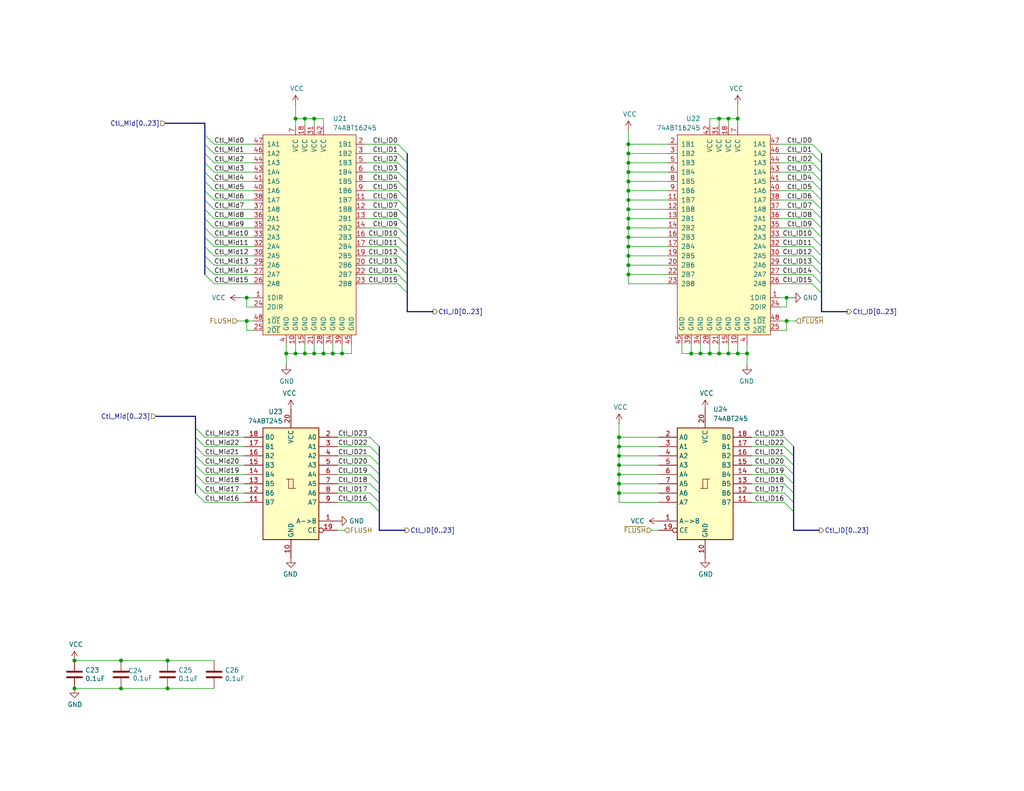
<source format=kicad_sch>
(kicad_sch (version 20250114) (generator "eeschema") (generator_version "9.0")
  (paper "USLetter")
  (title_block (date "2025-07-01") (rev "A") (comment 3 "registers must be all ones, which represents a NOP.") (comment 4 "If the ~{FLUSH} signal is asserted then the control signal set presented to the interstage"))
  (lib_symbols
    (symbol "Device:C" (pin_numbers (hide yes)) (pin_names (offset 0.254))
      (property "Reference" "C" (at 0.635 2.54 0))
      (property "Value" "C" (at 0.635 -2.54 0))
      (symbol "C_0_1"
        (polyline (pts (xy -2.032 0.762) (xy 2.032 0.762)) (stroke (width 0.508)))
        (polyline (pts (xy -2.032 -0.762) (xy 2.032 -0.762)) (stroke (width 0.508)))
      )
      (symbol "C_1_1"
        (pin passive line (at 0 3.81 270) (length 2.794) (name "~") (number "1"))
        (pin passive line (at 0 -3.81 90) (length 2.794) (name "~") (number "2"))
      )
    )
    (symbol "Turtle16:74ABT16245" (pin_names (offset 1.016))
      (property "Reference" "U" (at 0 1.27 0))
      (property "Value" "74ABT16245" (at 0 -1.27 0))
      (symbol "74ABT16245_0_1"
        (rectangle (start -12.7 26.67) (end 12.7 -27.94) (fill (type background)))
      )
      (symbol "74ABT16245_1_1"
        (pin tri_state line (at -15.24 24.13 0) (length 2.54) (name "1A1") (number "47"))
        (pin tri_state line (at -15.24 21.59 0) (length 2.54) (name "1A2") (number "46"))
        (pin tri_state line (at -15.24 19.05 0) (length 2.54) (name "1A3") (number "44"))
        (pin tri_state line (at -15.24 16.51 0) (length 2.54) (name "1A4") (number "43"))
        (pin tri_state line (at -15.24 13.97 0) (length 2.54) (name "1A5") (number "41"))
        (pin tri_state line (at -15.24 11.43 0) (length 2.54) (name "1A6") (number "40"))
        (pin tri_state line (at -15.24 8.89 0) (length 2.54) (name "1A7") (number "38"))
        (pin tri_state line (at -15.24 6.35 0) (length 2.54) (name "1A8") (number "37"))
        (pin tri_state line (at -15.24 3.81 0) (length 2.54) (name "2A1") (number "36"))
        (pin tri_state line (at -15.24 1.27 0) (length 2.54) (name "2A2") (number "35"))
        (pin tri_state line (at -15.24 -1.27 0) (length 2.54) (name "2A3") (number "33"))
        (pin tri_state line (at -15.24 -3.81 0) (length 2.54) (name "2A4") (number "32"))
        (pin tri_state line (at -15.24 -6.35 0) (length 2.54) (name "2A5") (number "30"))
        (pin tri_state line (at -15.24 -8.89 0) (length 2.54) (name "2A6") (number "29"))
        (pin tri_state line (at -15.24 -11.43 0) (length 2.54) (name "2A7") (number "27"))
        (pin tri_state line (at -15.24 -13.97 0) (length 2.54) (name "2A8") (number "26"))
        (pin input line (at -15.24 -17.78 0) (length 2.54) (name "1DIR") (number "1"))
        (pin input line (at -15.24 -20.32 0) (length 2.54) (name "2DIR") (number "24"))
        (pin input line (at -15.24 -24.13 0) (length 2.54) (name "1~{OE}") (number "48"))
        (pin input line (at -15.24 -26.67 0) (length 2.54) (name "2~{OE}") (number "25"))
        (pin power_in line (at -6.35 -30.48 90) (length 2.54) (name "GND") (number "4"))
        (pin power_in line (at -3.81 29.21 270) (length 2.54) (name "VCC") (number "7"))
        (pin power_in line (at -3.81 -30.48 90) (length 2.54) (name "GND") (number "10"))
        (pin power_in line (at -1.27 29.21 270) (length 2.54) (name "VCC") (number "18"))
        (pin power_in line (at -1.27 -30.48 90) (length 2.54) (name "GND") (number "15"))
        (pin power_in line (at 1.27 29.21 270) (length 2.54) (name "VCC") (number "31"))
        (pin power_in line (at 1.27 -30.48 90) (length 2.54) (name "GND") (number "21"))
        (pin power_in line (at 3.81 29.21 270) (length 2.54) (name "VCC") (number "42"))
        (pin power_in line (at 3.81 -30.48 90) (length 2.54) (name "GND") (number "28"))
        (pin power_in line (at 6.35 -30.48 90) (length 2.54) (name "GND") (number "34"))
        (pin power_in line (at 8.89 -30.48 90) (length 2.54) (name "GND") (number "39"))
        (pin power_in line (at 11.43 -30.48 90) (length 2.54) (name "GND") (number "45"))
        (pin tri_state line (at 15.24 24.13 180) (length 2.54) (name "1B1") (number "2"))
        (pin tri_state line (at 15.24 21.59 180) (length 2.54) (name "1B2") (number "3"))
        (pin tri_state line (at 15.24 19.05 180) (length 2.54) (name "1B3") (number "5"))
        (pin tri_state line (at 15.24 16.51 180) (length 2.54) (name "1B4") (number "6"))
        (pin tri_state line (at 15.24 13.97 180) (length 2.54) (name "1B5") (number "8"))
        (pin tri_state line (at 15.24 11.43 180) (length 2.54) (name "1B6") (number "9"))
        (pin tri_state line (at 15.24 8.89 180) (length 2.54) (name "1B7") (number "11"))
        (pin tri_state line (at 15.24 6.35 180) (length 2.54) (name "1B8") (number "12"))
        (pin tri_state line (at 15.24 3.81 180) (length 2.54) (name "2B1") (number "13"))
        (pin tri_state line (at 15.24 1.27 180) (length 2.54) (name "2B2") (number "14"))
        (pin tri_state line (at 15.24 -1.27 180) (length 2.54) (name "2B3") (number "16"))
        (pin tri_state line (at 15.24 -3.81 180) (length 2.54) (name "2B4") (number "17"))
        (pin tri_state line (at 15.24 -6.35 180) (length 2.54) (name "2B5") (number "19"))
        (pin tri_state line (at 15.24 -8.89 180) (length 2.54) (name "2B6") (number "20"))
        (pin tri_state line (at 15.24 -11.43 180) (length 2.54) (name "2B7") (number "22"))
        (pin tri_state line (at 15.24 -13.97 180) (length 2.54) (name "2B8") (number "23"))
      )
    )
    (symbol "Turtle16:74ABT245"
      (property "Reference" "U" (at 0 2.54 0))
      (property "Value" "74ABT245" (at 0 2.54 0))
      (symbol "74ABT245_1_0"
        (polyline (pts (xy -1.27 -1.27) (xy 0.635 -1.27) (xy 0.635 1.27) (xy 1.27 1.27)))
        (polyline (pts (xy -0.635 -1.27) (xy -0.635 1.27) (xy 0.635 1.27)))
        (pin tri_state line (at -12.7 12.7 0) (length 5.08) (name "A0") (number "2"))
        (pin tri_state line (at -12.7 10.16 0) (length 5.08) (name "A1") (number "3"))
        (pin tri_state line (at -12.7 7.62 0) (length 5.08) (name "A2") (number "4"))
        (pin tri_state line (at -12.7 5.08 0) (length 5.08) (name "A3") (number "5"))
        (pin tri_state line (at -12.7 2.54 0) (length 5.08) (name "A4") (number "6"))
        (pin tri_state line (at -12.7 0 0) (length 5.08) (name "A5") (number "7"))
        (pin tri_state line (at -12.7 -2.54 0) (length 5.08) (name "A6") (number "8"))
        (pin tri_state line (at -12.7 -5.08 0) (length 5.08) (name "A7") (number "9"))
        (pin input line (at -12.7 -10.16 0) (length 5.08) (name "A->B") (number "1"))
        (pin input inverted (at -12.7 -12.7 0) (length 5.08) (name "CE") (number "19"))
        (pin power_in line (at 0 20.32 270) (length 5.08) (name "VCC") (number "20"))
        (pin power_in line (at 0 -20.32 90) (length 5.08) (name "GND") (number "10"))
        (pin tri_state line (at 12.7 12.7 180) (length 5.08) (name "B0") (number "18"))
        (pin tri_state line (at 12.7 10.16 180) (length 5.08) (name "B1") (number "17"))
        (pin tri_state line (at 12.7 7.62 180) (length 5.08) (name "B2") (number "16"))
        (pin tri_state line (at 12.7 5.08 180) (length 5.08) (name "B3") (number "15"))
        (pin tri_state line (at 12.7 2.54 180) (length 5.08) (name "B4") (number "14"))
        (pin tri_state line (at 12.7 0 180) (length 5.08) (name "B5") (number "13"))
        (pin tri_state line (at 12.7 -2.54 180) (length 5.08) (name "B6") (number "12"))
        (pin tri_state line (at 12.7 -5.08 180) (length 5.08) (name "B7") (number "11"))
      )
      (symbol "74ABT245_1_1"
        (rectangle (start -7.62 15.24) (end 7.62 -15.24) (stroke (width 0.254)) (fill (type background)))
      )
    )
    (symbol "power:GND" (power) (pin_numbers (hide yes)) (pin_names (offset 0) (hide yes))
      (property "Value" "GND" (at 0 -3.81 0))
      (symbol "GND_0_1"
        (polyline (pts (xy 0 0) (xy 0 -1.27) (xy 1.27 -1.27) (xy 0 -2.54) (xy -1.27 -1.27) (xy 0 -1.27)))
      )
      (symbol "GND_1_1"
        (pin power_in line (at 0 0 270) (length 0) (name "~") (number "1"))
      )
    )
    (symbol "power:VCC" (power) (pin_numbers (hide yes)) (pin_names (offset 0) (hide yes))
      (property "Value" "VCC" (at 0 3.556 0))
      (symbol "VCC_0_1"
        (polyline (pts (xy -0.762 1.27) (xy 0 2.54)))
        (polyline (pts (xy 0 2.54) (xy 0.762 1.27)))
        (polyline (pts (xy 0 0) (xy 0 2.54)))
      )
      (symbol "VCC_1_1"
        (pin power_in line (at 0 0 90) (length 0) (name "~") (number "1"))
      )
    )
  )
  (junction (at 168.91 129.54))
  (junction (at 171.45 41.91))
  (junction (at 201.295 32.385))
  (junction (at 80.645 96.52))
  (junction (at 85.725 32.385))
  (junction (at 20.32 187.96))
  (junction (at 168.91 132.08))
  (junction (at 171.45 67.31))
  (junction (at 171.45 44.45))
  (junction (at 171.45 64.77))
  (junction (at 80.645 32.385))
  (junction (at 171.45 69.85))
  (junction (at 168.91 119.38))
  (junction (at 90.805 96.52))
  (junction (at 171.45 72.39))
  (junction (at 85.725 96.52))
  (junction (at 171.45 59.69))
  (junction (at 191.135 96.52))
  (junction (at 203.835 96.52))
  (junction (at 83.185 96.52))
  (junction (at 168.91 124.46))
  (junction (at 171.45 49.53))
  (junction (at 214.63 87.63))
  (junction (at 33.02 187.96))
  (junction (at 171.45 74.93))
  (junction (at 168.91 127))
  (junction (at 83.185 32.385))
  (junction (at 196.215 96.52))
  (junction (at 168.91 134.62))
  (junction (at 45.72 180.34))
  (junction (at 171.45 46.99))
  (junction (at 201.295 96.52))
  (junction (at 67.31 87.63))
  (junction (at 171.45 62.23))
  (junction (at 196.215 32.385))
  (junction (at 171.45 52.07))
  (junction (at 88.265 96.52))
  (junction (at 78.105 96.52))
  (junction (at 171.45 57.15))
  (junction (at 171.45 39.37))
  (junction (at 45.72 187.96))
  (junction (at 193.675 96.52))
  (junction (at 171.45 54.61))
  (junction (at 67.31 81.28))
  (junction (at 198.755 32.385))
  (junction (at 168.91 121.92))
  (junction (at 198.755 96.52))
  (junction (at 33.02 180.34))
  (junction (at 20.32 180.34))
  (junction (at 93.345 96.52))
  (junction (at 188.595 96.52))
  (junction (at 214.63 81.28))
  (bus_entry (at 111.125 72.39) (size -2.54 -2.54))
  (bus_entry (at 224.155 74.93) (size -2.54 -2.54))
  (bus_entry (at 103.505 137.16) (size -2.54 -2.54))
  (bus_entry (at 58.42 59.69) (size -2.54 -2.54))
  (bus_entry (at 103.505 134.62) (size -2.54 -2.54))
  (bus_entry (at 58.42 69.85) (size -2.54 -2.54))
  (bus_entry (at 224.155 62.23) (size -2.54 -2.54))
  (bus_entry (at 216.535 134.62) (size -2.54 -2.54))
  (bus_entry (at 58.42 62.23) (size -2.54 -2.54))
  (bus_entry (at 111.125 69.85) (size -2.54 -2.54))
  (bus_entry (at 224.155 77.47) (size -2.54 -2.54))
  (bus_entry (at 111.125 59.69) (size -2.54 -2.54))
  (bus_entry (at 111.125 44.45) (size -2.54 -2.54))
  (bus_entry (at 55.88 119.38) (size -2.54 -2.54))
  (bus_entry (at 224.155 67.31) (size -2.54 -2.54))
  (bus_entry (at 58.42 54.61) (size -2.54 -2.54))
  (bus_entry (at 58.42 57.15) (size -2.54 -2.54))
  (bus_entry (at 103.505 121.92) (size -2.54 -2.54))
  (bus_entry (at 111.125 49.53) (size -2.54 -2.54))
  (bus_entry (at 224.155 49.53) (size -2.54 -2.54))
  (bus_entry (at 58.42 67.31) (size -2.54 -2.54))
  (bus_entry (at 103.505 124.46) (size -2.54 -2.54))
  (bus_entry (at 224.155 72.39) (size -2.54 -2.54))
  (bus_entry (at 55.88 134.62) (size -2.54 -2.54))
  (bus_entry (at 216.535 124.46) (size -2.54 -2.54))
  (bus_entry (at 58.42 74.93) (size -2.54 -2.54))
  (bus_entry (at 224.155 52.07) (size -2.54 -2.54))
  (bus_entry (at 58.42 64.77) (size -2.54 -2.54))
  (bus_entry (at 111.125 67.31) (size -2.54 -2.54))
  (bus_entry (at 58.42 49.53) (size -2.54 -2.54))
  (bus_entry (at 58.42 52.07) (size -2.54 -2.54))
  (bus_entry (at 58.42 39.37) (size -2.54 -2.54))
  (bus_entry (at 58.42 41.91) (size -2.54 -2.54))
  (bus_entry (at 58.42 44.45) (size -2.54 -2.54))
  (bus_entry (at 58.42 46.99) (size -2.54 -2.54))
  (bus_entry (at 103.505 127) (size -2.54 -2.54))
  (bus_entry (at 111.125 57.15) (size -2.54 -2.54))
  (bus_entry (at 111.125 54.61) (size -2.54 -2.54))
  (bus_entry (at 55.88 124.46) (size -2.54 -2.54))
  (bus_entry (at 103.505 139.7) (size -2.54 -2.54))
  (bus_entry (at 224.155 59.69) (size -2.54 -2.54))
  (bus_entry (at 224.155 64.77) (size -2.54 -2.54))
  (bus_entry (at 224.155 41.91) (size -2.54 -2.54))
  (bus_entry (at 216.535 139.7) (size -2.54 -2.54))
  (bus_entry (at 224.155 80.01) (size -2.54 -2.54))
  (bus_entry (at 224.155 57.15) (size -2.54 -2.54))
  (bus_entry (at 224.155 69.85) (size -2.54 -2.54))
  (bus_entry (at 111.125 46.99) (size -2.54 -2.54))
  (bus_entry (at 55.88 137.16) (size -2.54 -2.54))
  (bus_entry (at 216.535 137.16) (size -2.54 -2.54))
  (bus_entry (at 216.535 129.54) (size -2.54 -2.54))
  (bus_entry (at 55.88 132.08) (size -2.54 -2.54))
  (bus_entry (at 224.155 54.61) (size -2.54 -2.54))
  (bus_entry (at 216.535 132.08) (size -2.54 -2.54))
  (bus_entry (at 111.125 41.91) (size -2.54 -2.54))
  (bus_entry (at 111.125 77.47) (size -2.54 -2.54))
  (bus_entry (at 111.125 74.93) (size -2.54 -2.54))
  (bus_entry (at 111.125 64.77) (size -2.54 -2.54))
  (bus_entry (at 216.535 121.92) (size -2.54 -2.54))
  (bus_entry (at 55.88 127) (size -2.54 -2.54))
  (bus_entry (at 103.505 129.54) (size -2.54 -2.54))
  (bus_entry (at 58.42 77.47) (size -2.54 -2.54))
  (bus_entry (at 216.535 127) (size -2.54 -2.54))
  (bus_entry (at 111.125 52.07) (size -2.54 -2.54))
  (bus_entry (at 55.88 129.54) (size -2.54 -2.54))
  (bus_entry (at 224.155 44.45) (size -2.54 -2.54))
  (bus_entry (at 55.88 121.92) (size -2.54 -2.54))
  (bus_entry (at 103.505 132.08) (size -2.54 -2.54))
  (bus_entry (at 224.155 46.99) (size -2.54 -2.54))
  (bus_entry (at 111.125 62.23) (size -2.54 -2.54))
  (bus_entry (at 58.42 72.39) (size -2.54 -2.54))
  (bus_entry (at 111.125 80.01) (size -2.54 -2.54))
  (wire (pts (xy 171.45 74.93) (xy 171.45 77.47)))
  (wire (pts (xy 196.215 96.52) (xy 193.675 96.52)))
  (wire (pts (xy 221.615 49.53) (xy 212.725 49.53)))
  (wire (pts (xy 100.965 132.08) (xy 92.075 132.08)))
  (wire (pts (xy 171.45 44.45) (xy 182.245 44.45)))
  (bus (pts (xy 55.88 46.99) (xy 55.88 49.53)))
  (wire (pts (xy 171.45 46.99) (xy 171.45 49.53)))
  (bus (pts (xy 55.88 57.15) (xy 55.88 59.69)))
  (bus (pts (xy 224.155 52.07) (xy 224.155 54.61)))
  (wire (pts (xy 214.63 83.82) (xy 212.725 83.82)))
  (wire (pts (xy 196.215 93.98) (xy 196.215 96.52)))
  (wire (pts (xy 58.42 39.37) (xy 69.215 39.37)))
  (wire (pts (xy 171.45 64.77) (xy 171.45 67.31)))
  (wire (pts (xy 55.88 129.54) (xy 66.675 129.54)))
  (bus (pts (xy 224.155 54.61) (xy 224.155 57.15)))
  (wire (pts (xy 33.02 180.34) (xy 45.72 180.34)))
  (wire (pts (xy 58.42 57.15) (xy 69.215 57.15)))
  (wire (pts (xy 205.105 121.92) (xy 213.995 121.92)))
  (wire (pts (xy 171.45 41.91) (xy 171.45 44.45)))
  (bus (pts (xy 224.155 46.99) (xy 224.155 49.53)))
  (wire (pts (xy 108.585 46.99) (xy 99.695 46.99)))
  (bus (pts (xy 111.125 64.77) (xy 111.125 67.31)))
  (wire (pts (xy 168.91 115.57) (xy 168.91 119.38)))
  (wire (pts (xy 168.91 127) (xy 168.91 129.54)))
  (wire (pts (xy 85.725 32.385) (xy 85.725 34.29)))
  (bus (pts (xy 216.535 137.16) (xy 216.535 139.7)))
  (bus (pts (xy 231.14 85.09) (xy 224.155 85.09)))
  (bus (pts (xy 55.88 36.83) (xy 55.88 39.37)))
  (wire (pts (xy 55.88 127) (xy 66.675 127)))
  (bus (pts (xy 118.11 85.09) (xy 111.125 85.09)))
  (wire (pts (xy 58.42 72.39) (xy 69.215 72.39)))
  (wire (pts (xy 65.405 81.28) (xy 67.31 81.28)))
  (wire (pts (xy 171.45 74.93) (xy 182.245 74.93)))
  (bus (pts (xy 111.125 74.93) (xy 111.125 77.47)))
  (wire (pts (xy 90.805 96.52) (xy 93.345 96.52)))
  (bus (pts (xy 103.505 129.54) (xy 103.505 132.08)))
  (wire (pts (xy 20.32 180.34) (xy 33.02 180.34)))
  (wire (pts (xy 198.755 96.52) (xy 196.215 96.52)))
  (wire (pts (xy 58.42 49.53) (xy 69.215 49.53)))
  (wire (pts (xy 221.615 72.39) (xy 212.725 72.39)))
  (bus (pts (xy 111.125 67.31) (xy 111.125 69.85)))
  (wire (pts (xy 201.295 32.385) (xy 198.755 32.385)))
  (wire (pts (xy 201.295 28.575) (xy 201.295 32.385)))
  (bus (pts (xy 103.505 132.08) (xy 103.505 134.62)))
  (wire (pts (xy 58.42 62.23) (xy 69.215 62.23)))
  (wire (pts (xy 108.585 39.37) (xy 99.695 39.37)))
  (wire (pts (xy 78.105 96.52) (xy 80.645 96.52)))
  (wire (pts (xy 221.615 77.47) (xy 212.725 77.47)))
  (wire (pts (xy 85.725 32.385) (xy 88.265 32.385)))
  (wire (pts (xy 168.91 121.92) (xy 168.91 124.46)))
  (wire (pts (xy 80.645 32.385) (xy 83.185 32.385)))
  (wire (pts (xy 58.42 46.99) (xy 69.215 46.99)))
  (wire (pts (xy 168.91 127) (xy 179.705 127)))
  (wire (pts (xy 83.185 96.52) (xy 85.725 96.52)))
  (wire (pts (xy 80.645 93.98) (xy 80.645 96.52)))
  (wire (pts (xy 188.595 93.98) (xy 188.595 96.52)))
  (wire (pts (xy 83.185 32.385) (xy 83.185 34.29)))
  (wire (pts (xy 78.105 93.98) (xy 78.105 96.52)))
  (wire (pts (xy 171.45 69.85) (xy 182.245 69.85)))
  (wire (pts (xy 171.45 49.53) (xy 171.45 52.07)))
  (wire (pts (xy 171.45 44.45) (xy 171.45 46.99)))
  (bus (pts (xy 224.155 77.47) (xy 224.155 80.01)))
  (wire (pts (xy 67.31 81.28) (xy 67.31 83.82)))
  (wire (pts (xy 100.965 121.92) (xy 92.075 121.92)))
  (wire (pts (xy 171.45 64.77) (xy 182.245 64.77)))
  (bus (pts (xy 111.125 69.85) (xy 111.125 72.39)))
  (wire (pts (xy 177.8 144.78) (xy 179.705 144.78)))
  (wire (pts (xy 108.585 44.45) (xy 99.695 44.45)))
  (wire (pts (xy 83.185 93.98) (xy 83.185 96.52)))
  (bus (pts (xy 55.88 69.85) (xy 55.88 72.39)))
  (wire (pts (xy 58.42 59.69) (xy 69.215 59.69)))
  (wire (pts (xy 221.615 44.45) (xy 212.725 44.45)))
  (wire (pts (xy 64.77 87.63) (xy 67.31 87.63)))
  (wire (pts (xy 58.42 54.61) (xy 69.215 54.61)))
  (bus (pts (xy 103.505 121.92) (xy 103.505 124.46)))
  (wire (pts (xy 214.63 87.63) (xy 212.725 87.63)))
  (wire (pts (xy 198.755 32.385) (xy 198.755 34.29)))
  (wire (pts (xy 88.265 32.385) (xy 88.265 34.29)))
  (bus (pts (xy 103.505 127) (xy 103.505 129.54)))
  (wire (pts (xy 108.585 62.23) (xy 99.695 62.23)))
  (wire (pts (xy 90.805 93.98) (xy 90.805 96.52)))
  (wire (pts (xy 88.265 96.52) (xy 90.805 96.52)))
  (bus (pts (xy 111.125 59.69) (xy 111.125 62.23)))
  (bus (pts (xy 224.155 41.91) (xy 224.155 44.45)))
  (wire (pts (xy 171.45 62.23) (xy 182.245 62.23)))
  (wire (pts (xy 171.45 52.07) (xy 171.45 54.61)))
  (wire (pts (xy 100.965 124.46) (xy 92.075 124.46)))
  (wire (pts (xy 78.105 96.52) (xy 78.105 99.695)))
  (wire (pts (xy 67.31 90.17) (xy 67.31 87.63)))
  (wire (pts (xy 191.135 96.52) (xy 188.595 96.52)))
  (bus (pts (xy 216.535 127) (xy 216.535 129.54)))
  (wire (pts (xy 221.615 57.15) (xy 212.725 57.15)))
  (bus (pts (xy 216.535 132.08) (xy 216.535 134.62)))
  (wire (pts (xy 168.91 129.54) (xy 168.91 132.08)))
  (wire (pts (xy 221.615 54.61) (xy 212.725 54.61)))
  (wire (pts (xy 80.645 28.575) (xy 80.645 32.385)))
  (wire (pts (xy 171.45 46.99) (xy 182.245 46.99)))
  (wire (pts (xy 168.91 137.16) (xy 179.705 137.16)))
  (wire (pts (xy 108.585 59.69) (xy 99.695 59.69)))
  (bus (pts (xy 53.34 116.84) (xy 53.34 119.38)))
  (wire (pts (xy 58.42 187.96) (xy 45.72 187.96)))
  (wire (pts (xy 193.675 96.52) (xy 191.135 96.52)))
  (wire (pts (xy 108.585 72.39) (xy 99.695 72.39)))
  (wire (pts (xy 217.17 87.63) (xy 214.63 87.63)))
  (bus (pts (xy 111.125 80.01) (xy 111.125 85.09)))
  (wire (pts (xy 108.585 57.15) (xy 99.695 57.15)))
  (wire (pts (xy 45.72 180.34) (xy 58.42 180.34)))
  (wire (pts (xy 193.675 93.98) (xy 193.675 96.52)))
  (wire (pts (xy 221.615 46.99) (xy 212.725 46.99)))
  (wire (pts (xy 203.835 96.52) (xy 203.835 99.695)))
  (wire (pts (xy 201.295 34.29) (xy 201.295 32.385)))
  (wire (pts (xy 108.585 41.91) (xy 99.695 41.91)))
  (wire (pts (xy 108.585 54.61) (xy 99.695 54.61)))
  (wire (pts (xy 168.91 134.62) (xy 179.705 134.62)))
  (wire (pts (xy 168.91 132.08) (xy 179.705 132.08)))
  (wire (pts (xy 221.615 39.37) (xy 212.725 39.37)))
  (wire (pts (xy 221.615 67.31) (xy 212.725 67.31)))
  (wire (pts (xy 198.755 93.98) (xy 198.755 96.52)))
  (bus (pts (xy 55.88 39.37) (xy 55.88 41.91)))
  (wire (pts (xy 171.45 72.39) (xy 182.245 72.39)))
  (wire (pts (xy 196.215 32.385) (xy 196.215 34.29)))
  (bus (pts (xy 53.34 127) (xy 53.34 129.54)))
  (bus (pts (xy 216.535 134.62) (xy 216.535 137.16)))
  (bus (pts (xy 224.155 67.31) (xy 224.155 69.85)))
  (bus (pts (xy 111.125 46.99) (xy 111.125 49.53)))
  (wire (pts (xy 212.725 90.17) (xy 214.63 90.17)))
  (bus (pts (xy 103.505 134.62) (xy 103.505 137.16)))
  (bus (pts (xy 42.545 113.665) (xy 53.34 113.665)))
  (wire (pts (xy 168.91 134.62) (xy 168.91 137.16)))
  (bus (pts (xy 111.125 52.07) (xy 111.125 54.61)))
  (wire (pts (xy 168.91 119.38) (xy 179.705 119.38)))
  (wire (pts (xy 100.965 137.16) (xy 92.075 137.16)))
  (wire (pts (xy 221.615 52.07) (xy 212.725 52.07)))
  (wire (pts (xy 93.345 96.52) (xy 95.885 96.52)))
  (wire (pts (xy 58.42 41.91) (xy 69.215 41.91)))
  (bus (pts (xy 224.155 64.77) (xy 224.155 67.31)))
  (wire (pts (xy 205.105 132.08) (xy 213.995 132.08)))
  (bus (pts (xy 55.88 59.69) (xy 55.88 62.23)))
  (wire (pts (xy 168.91 119.38) (xy 168.91 121.92)))
  (wire (pts (xy 171.45 59.69) (xy 182.245 59.69)))
  (wire (pts (xy 186.055 96.52) (xy 186.055 93.98)))
  (wire (pts (xy 215.9 81.28) (xy 214.63 81.28)))
  (bus (pts (xy 224.155 74.93) (xy 224.155 77.47)))
  (bus (pts (xy 55.88 67.31) (xy 55.88 69.85)))
  (bus (pts (xy 103.505 139.7) (xy 103.505 144.78)))
  (wire (pts (xy 201.295 96.52) (xy 198.755 96.52)))
  (wire (pts (xy 188.595 96.52) (xy 186.055 96.52)))
  (bus (pts (xy 111.125 57.15) (xy 111.125 59.69)))
  (bus (pts (xy 111.125 44.45) (xy 111.125 46.99)))
  (wire (pts (xy 171.45 69.85) (xy 171.45 72.39)))
  (wire (pts (xy 214.63 90.17) (xy 214.63 87.63)))
  (wire (pts (xy 58.42 74.93) (xy 69.215 74.93)))
  (bus (pts (xy 224.155 80.01) (xy 224.155 85.09)))
  (wire (pts (xy 108.585 49.53) (xy 99.695 49.53)))
  (wire (pts (xy 171.45 72.39) (xy 171.45 74.93)))
  (wire (pts (xy 80.645 96.52) (xy 83.185 96.52)))
  (wire (pts (xy 55.88 132.08) (xy 66.675 132.08)))
  (bus (pts (xy 103.505 124.46) (xy 103.505 127)))
  (wire (pts (xy 33.02 187.96) (xy 20.32 187.96)))
  (wire (pts (xy 58.42 77.47) (xy 69.215 77.47)))
  (wire (pts (xy 55.88 134.62) (xy 66.675 134.62)))
  (bus (pts (xy 111.125 49.53) (xy 111.125 52.07)))
  (wire (pts (xy 191.135 93.98) (xy 191.135 96.52)))
  (wire (pts (xy 196.215 32.385) (xy 193.675 32.385)))
  (wire (pts (xy 205.105 127) (xy 213.995 127)))
  (bus (pts (xy 53.34 119.38) (xy 53.34 121.92)))
  (wire (pts (xy 205.105 137.16) (xy 213.995 137.16)))
  (wire (pts (xy 58.42 67.31) (xy 69.215 67.31)))
  (bus (pts (xy 223.52 144.78) (xy 216.535 144.78)))
  (wire (pts (xy 198.755 32.385) (xy 196.215 32.385)))
  (wire (pts (xy 100.965 119.38) (xy 92.075 119.38)))
  (bus (pts (xy 55.88 52.07) (xy 55.88 54.61)))
  (bus (pts (xy 216.535 139.7) (xy 216.535 144.78)))
  (bus (pts (xy 224.155 49.53) (xy 224.155 52.07)))
  (wire (pts (xy 168.91 132.08) (xy 168.91 134.62)))
  (wire (pts (xy 171.45 67.31) (xy 182.245 67.31)))
  (wire (pts (xy 205.105 124.46) (xy 213.995 124.46)))
  (wire (pts (xy 193.675 32.385) (xy 193.675 34.29)))
  (wire (pts (xy 171.45 62.23) (xy 171.45 64.77)))
  (bus (pts (xy 45.085 33.655) (xy 55.88 33.655)))
  (wire (pts (xy 108.585 52.07) (xy 99.695 52.07)))
  (wire (pts (xy 212.725 81.28) (xy 214.63 81.28)))
  (bus (pts (xy 53.34 113.665) (xy 53.34 116.84)))
  (bus (pts (xy 55.88 41.91) (xy 55.88 44.45)))
  (wire (pts (xy 221.615 59.69) (xy 212.725 59.69)))
  (wire (pts (xy 100.965 129.54) (xy 92.075 129.54)))
  (wire (pts (xy 221.615 74.93) (xy 212.725 74.93)))
  (wire (pts (xy 80.645 34.29) (xy 80.645 32.385)))
  (wire (pts (xy 100.965 134.62) (xy 92.075 134.62)))
  (wire (pts (xy 221.615 64.77) (xy 212.725 64.77)))
  (bus (pts (xy 224.155 72.39) (xy 224.155 74.93)))
  (wire (pts (xy 205.105 134.62) (xy 213.995 134.62)))
  (wire (pts (xy 108.585 69.85) (xy 99.695 69.85)))
  (wire (pts (xy 88.265 93.98) (xy 88.265 96.52)))
  (wire (pts (xy 171.45 39.37) (xy 171.45 41.91)))
  (bus (pts (xy 111.125 62.23) (xy 111.125 64.77)))
  (bus (pts (xy 55.88 44.45) (xy 55.88 46.99)))
  (wire (pts (xy 171.45 41.91) (xy 182.245 41.91)))
  (wire (pts (xy 168.91 121.92) (xy 179.705 121.92)))
  (wire (pts (xy 100.965 127) (xy 92.075 127)))
  (wire (pts (xy 69.215 90.17) (xy 67.31 90.17)))
  (wire (pts (xy 93.98 144.78) (xy 92.075 144.78)))
  (bus (pts (xy 55.88 49.53) (xy 55.88 52.07)))
  (bus (pts (xy 216.535 124.46) (xy 216.535 127)))
  (wire (pts (xy 67.31 87.63) (xy 69.215 87.63)))
  (wire (pts (xy 108.585 74.93) (xy 99.695 74.93)))
  (bus (pts (xy 111.125 54.61) (xy 111.125 57.15)))
  (wire (pts (xy 55.88 121.92) (xy 66.675 121.92)))
  (wire (pts (xy 93.345 93.98) (xy 93.345 96.52)))
  (wire (pts (xy 69.215 81.28) (xy 67.31 81.28)))
  (bus (pts (xy 111.125 41.91) (xy 111.125 44.45)))
  (bus (pts (xy 224.155 62.23) (xy 224.155 64.77)))
  (wire (pts (xy 83.185 32.385) (xy 85.725 32.385)))
  (bus (pts (xy 53.34 121.92) (xy 53.34 124.46)))
  (bus (pts (xy 55.88 62.23) (xy 55.88 64.77)))
  (wire (pts (xy 58.42 64.77) (xy 69.215 64.77)))
  (wire (pts (xy 95.885 96.52) (xy 95.885 93.98)))
  (wire (pts (xy 221.615 41.91) (xy 212.725 41.91)))
  (bus (pts (xy 216.535 121.92) (xy 216.535 124.46)))
  (wire (pts (xy 171.45 39.37) (xy 182.245 39.37)))
  (wire (pts (xy 203.835 93.98) (xy 203.835 96.52)))
  (bus (pts (xy 224.155 57.15) (xy 224.155 59.69)))
  (wire (pts (xy 58.42 44.45) (xy 69.215 44.45)))
  (bus (pts (xy 111.125 77.47) (xy 111.125 80.01)))
  (wire (pts (xy 221.615 62.23) (xy 212.725 62.23)))
  (wire (pts (xy 171.45 67.31) (xy 171.45 69.85)))
  (bus (pts (xy 55.88 64.77) (xy 55.88 67.31)))
  (wire (pts (xy 171.45 35.56) (xy 171.45 39.37)))
  (bus (pts (xy 216.535 129.54) (xy 216.535 132.08)))
  (bus (pts (xy 224.155 59.69) (xy 224.155 62.23)))
  (wire (pts (xy 45.72 187.96) (xy 33.02 187.96)))
  (wire (pts (xy 205.105 119.38) (xy 213.995 119.38)))
  (wire (pts (xy 58.42 69.85) (xy 69.215 69.85)))
  (wire (pts (xy 168.91 124.46) (xy 168.91 127)))
  (bus (pts (xy 111.125 72.39) (xy 111.125 74.93)))
  (wire (pts (xy 171.45 57.15) (xy 182.245 57.15)))
  (wire (pts (xy 108.585 77.47) (xy 99.695 77.47)))
  (bus (pts (xy 53.34 132.08) (xy 53.34 134.62)))
  (wire (pts (xy 108.585 64.77) (xy 99.695 64.77)))
  (bus (pts (xy 53.34 124.46) (xy 53.34 127)))
  (wire (pts (xy 171.45 49.53) (xy 182.245 49.53)))
  (wire (pts (xy 171.45 59.69) (xy 171.45 62.23)))
  (bus (pts (xy 224.155 69.85) (xy 224.155 72.39)))
  (wire (pts (xy 214.63 81.28) (xy 214.63 83.82)))
  (wire (pts (xy 168.91 124.46) (xy 179.705 124.46)))
  (wire (pts (xy 171.45 77.47) (xy 182.245 77.47)))
  (bus (pts (xy 55.88 33.655) (xy 55.88 36.83)))
  (wire (pts (xy 108.585 67.31) (xy 99.695 67.31)))
  (wire (pts (xy 221.615 69.85) (xy 212.725 69.85)))
  (bus (pts (xy 103.505 137.16) (xy 103.505 139.7)))
  (wire (pts (xy 171.45 57.15) (xy 171.45 59.69)))
  (wire (pts (xy 85.725 93.98) (xy 85.725 96.52)))
  (bus (pts (xy 110.49 144.78) (xy 103.505 144.78)))
  (wire (pts (xy 168.91 129.54) (xy 179.705 129.54)))
  (wire (pts (xy 55.88 124.46) (xy 66.675 124.46)))
  (wire (pts (xy 85.725 96.52) (xy 88.265 96.52)))
  (bus (pts (xy 224.155 44.45) (xy 224.155 46.99)))
  (bus (pts (xy 53.34 129.54) (xy 53.34 132.08)))
  (wire (pts (xy 58.42 52.07) (xy 69.215 52.07)))
  (wire (pts (xy 67.31 83.82) (xy 69.215 83.82)))
  (bus (pts (xy 55.88 54.61) (xy 55.88 57.15)))
  (wire (pts (xy 203.835 96.52) (xy 201.295 96.52)))
  (wire (pts (xy 201.295 93.98) (xy 201.295 96.52)))
  (wire (pts (xy 171.45 52.07) (xy 182.245 52.07)))
  (wire (pts (xy 171.45 54.61) (xy 171.45 57.15)))
  (wire (pts (xy 55.88 137.16) (xy 66.675 137.16)))
  (wire (pts (xy 205.105 129.54) (xy 213.995 129.54)))
  (wire (pts (xy 171.45 54.61) (xy 182.245 54.61)))
  (wire (pts (xy 55.88 119.38) (xy 66.675 119.38)))
  (bus (pts (xy 55.88 72.39) (xy 55.88 74.93)))
  (label "Ctl_Mid23" (at 55.88 119.38 0))
  (label "Ctl_Mid0" (at 58.42 39.37 0))
  (label "Ctl_Mid20" (at 55.88 127 0))
  (label "Ctl_ID0" (at 108.585 39.37 180))
  (label "Ctl_ID11" (at 108.585 67.31 180))
  (label "Ctl_Mid17" (at 55.88 134.62 0))
  (label "Ctl_Mid6" (at 58.42 54.61 0))
  (label "Ctl_ID7" (at 108.585 57.15 180))
  (label "Ctl_ID14" (at 221.615 74.93 180))
  (label "Ctl_Mid19" (at 55.88 129.54 0))
  (label "Ctl_ID20" (at 213.995 127 180))
  (label "Ctl_Mid9" (at 58.42 62.23 0))
  (label "Ctl_Mid3" (at 58.42 46.99 0))
  (label "Ctl_Mid7" (at 58.42 57.15 0))
  (label "Ctl_ID0" (at 221.615 39.37 180))
  (label "Ctl_ID12" (at 108.585 69.85 180))
  (label "Ctl_ID13" (at 221.615 72.39 180))
  (label "Ctl_ID2" (at 221.615 44.45 180))
  (label "Ctl_Mid11" (at 58.42 67.31 0))
  (label "Ctl_ID19" (at 100.33 129.54 180))
  (label "Ctl_ID9" (at 221.615 62.23 180))
  (label "Ctl_Mid8" (at 58.42 59.69 0))
  (label "Ctl_Mid1" (at 58.42 41.91 0))
  (label "Ctl_ID3" (at 221.615 46.99 180))
  (label "Ctl_ID1" (at 108.585 41.91 180))
  (label "Ctl_ID8" (at 108.585 59.69 180))
  (label "Ctl_Mid2" (at 58.42 44.45 0))
  (label "Ctl_Mid10" (at 58.42 64.77 0))
  (label "Ctl_ID12" (at 221.615 69.85 180))
  (label "Ctl_Mid22" (at 55.88 121.92 0))
  (label "Ctl_ID23" (at 213.995 119.38 180))
  (label "Ctl_Mid16" (at 55.88 137.16 0))
  (label "Ctl_ID16" (at 213.995 137.16 180))
  (label "Ctl_ID14" (at 108.585 74.93 180))
  (label "Ctl_ID20" (at 100.33 127 180))
  (label "Ctl_Mid5" (at 58.42 52.07 0))
  (label "Ctl_ID22" (at 213.995 121.92 180))
  (label "Ctl_Mid15" (at 58.42 77.47 0))
  (label "Ctl_ID13" (at 108.585 72.39 180))
  (label "Ctl_ID2" (at 108.585 44.45 180))
  (label "Ctl_ID6" (at 221.615 54.61 180))
  (label "Ctl_ID1" (at 221.615 41.91 180))
  (label "Ctl_ID6" (at 108.585 54.61 180))
  (label "Ctl_Mid13" (at 58.42 72.39 0))
  (label "Ctl_Mid4" (at 58.42 49.53 0))
  (label "Ctl_Mid12" (at 58.42 69.85 0))
  (label "Ctl_ID10" (at 108.585 64.77 180))
  (label "Ctl_Mid14" (at 58.42 74.93 0))
  (label "Ctl_ID11" (at 221.615 67.31 180))
  (label "Ctl_ID22" (at 100.33 121.92 180))
  (label "Ctl_ID8" (at 221.615 59.69 180))
  (label "Ctl_ID4" (at 221.615 49.53 180))
  (label "Ctl_ID4" (at 108.585 49.53 180))
  (label "Ctl_Mid21" (at 55.88 124.46 0))
  (label "Ctl_ID5" (at 108.585 52.07 180))
  (label "Ctl_ID16" (at 100.33 137.16 180))
  (label "Ctl_ID5" (at 221.615 52.07 180))
  (label "Ctl_ID21" (at 100.33 124.46 180))
  (label "Ctl_ID15" (at 221.615 77.47 180))
  (label "Ctl_ID3" (at 108.585 46.99 180))
  (label "Ctl_ID18" (at 100.33 132.08 180))
  (label "Ctl_ID19" (at 213.995 129.54 180))
  (label "Ctl_ID17" (at 100.33 134.62 180))
  (label "Ctl_ID10" (at 221.615 64.77 180))
  (label "Ctl_ID21" (at 213.995 124.46 180))
  (label "Ctl_ID7" (at 221.615 57.15 180))
  (label "Ctl_ID17" (at 213.995 134.62 180))
  (label "Ctl_Mid18" (at 55.88 132.08 0))
  (label "Ctl_ID23" (at 100.33 119.38 180))
  (label "Ctl_ID9" (at 108.585 62.23 180))
  (label "Ctl_ID18" (at 213.995 132.08 180))
  (label "Ctl_ID15" (at 108.585 77.47 180))
  (hierarchical_label "Ctl_ID[0..23]" (shape output) (at 223.52 144.78 0))
  (hierarchical_label "Ctl_ID[0..23]" (shape output) (at 118.11 85.09 0))
  (hierarchical_label "Ctl_ID[0..23]" (shape output) (at 231.14 85.09 0))
  (hierarchical_label "~{FLUSH}" (shape input) (at 217.17 87.63 0))
  (hierarchical_label "FLUSH" (shape input) (at 64.77 87.63 180))
  (hierarchical_label "~{FLUSH}" (shape input) (at 177.8 144.78 180))
  (hierarchical_label "Ctl_Mid[0..23]" (shape input) (at 45.085 33.655 180))
  (hierarchical_label "FLUSH" (shape input) (at 93.98 144.78 0))
  (hierarchical_label "Ctl_ID[0..23]" (shape output) (at 110.49 144.78 0))
  (hierarchical_label "Ctl_Mid[0..23]" (shape input) (at 42.545 113.665 180))
  (symbol (lib_id "power:VCC") (at 80.645 28.575 0) (unit 1)
    (property "Reference" "#PWR052" (effects (hide yes)))
    (property "Value" "VCC" (at 81.026 24.1808 0))
    (property "Description" "Power symbol creates a global label with name \"VCC\"" (effects (hide yes)))
    (instances (project "" (path "" (reference "#PWR0562") (unit 1))) (project "" (path "" (reference "#PWR052") (unit 1))))
  )
  (symbol (lib_id "power:VCC") (at 168.91 115.57 0) (unit 1)
    (property "Reference" "#PWR054" (effects (hide yes)))
    (property "Value" "VCC" (at 169.291 111.1758 0))
    (property "Description" "Power symbol creates a global label with name \"VCC\"" (effects (hide yes)))
    (instances (project "" (path "" (reference "#PWR0571") (unit 1))) (project "" (path "" (reference "#PWR054") (unit 1))))
  )
  (symbol (lib_id "power:VCC") (at 201.295 28.575 0) (mirror y) (unit 1)
    (property "Reference" "#PWR059" (effects (hide yes)))
    (property "Value" "VCC" (at 200.914 24.1808 0))
    (property "Description" "Power symbol creates a global label with name \"VCC\"" (effects (hide yes)))
    (instances (project "" (path "" (reference "#PWR0563") (unit 1))) (project "" (path "" (reference "#PWR059") (unit 1))))
  )
  (symbol (lib_id "power:VCC") (at 20.32 180.34 0) (unit 1)
    (property "Reference" "#PWR046" (effects (hide yes)))
    (property "Value" "VCC" (at 20.7518 175.9458 0))
    (property "Description" "Power symbol creates a global label with name \"VCC\"" (effects (hide yes)))
    (instances (project "" (path "" (reference "#PWR0576") (unit 1))) (project "" (path "" (reference "#PWR046") (unit 1))))
  )
  (symbol (lib_id "power:GND") (at 215.9 81.28 90) (unit 1)
    (property "Reference" "#PWR061" (effects (hide yes)))
    (property "Value" "GND" (at 219.075 81.28 90) (effects (justify right)))
    (property "Description" "Power symbol creates a global label with name \"GND\" , ground" (effects (hide yes)))
    (instances (project "" (path "" (reference "#PWR0566") (unit 1))) (project "" (path "" (reference "#PWR061") (unit 1))))
  )
  (symbol (lib_id "power:VCC") (at 192.405 111.76 0) (unit 1)
    (property "Reference" "#PWR057" (effects (hide yes)))
    (property "Value" "VCC" (at 192.786 107.3658 0))
    (property "Description" "Power symbol creates a global label with name \"VCC\"" (effects (hide yes)))
    (instances (project "" (path "" (reference "#PWR0570") (unit 1))) (project "" (path "" (reference "#PWR057") (unit 1))))
  )
  (symbol (lib_id "power:VCC") (at 179.705 142.24 90) (unit 1)
    (property "Reference" "#PWR056" (effects (hide yes)))
    (property "Value" "VCC" (at 175.895 142.24 90) (effects (justify left)))
    (property "Description" "Power symbol creates a global label with name \"VCC\"" (effects (hide yes)))
    (instances (project "" (path "" (reference "#PWR0573") (unit 1))) (project "" (path "" (reference "#PWR056") (unit 1))))
  )
  (symbol (lib_id "Device:C") (at 45.72 184.15 0) (unit 1)
    (property "Reference" "C12" (at 48.641 182.9816 0) (effects (justify left)))
    (property "Value" "0.1uF" (at 48.641 185.293 0) (effects (justify left)))
    (property "Footprint" "Capacitor_SMD:C_0603_1608Metric" (effects (hide yes)))
    (property "Datasheet" "https://www.mouser.com/datasheet/2/396/taiyo_yuden_12132018_mlcc11_hq_e-1510082.pdf" (effects (hide yes)))
    (property "Manufacturer" "Taiyo Yuden" (effects (hide yes)))
    (property "Manufacturer#" "EMK107B7104KAHT" (effects (hide yes)))
    (property "Mouser#" "963-EMK107B7104KAHT" (effects (hide yes)))
    (property "Digikey#" "587-6004-1-ND" (effects (hide yes)))
    (instances (project "" (path "" (reference "C25") (unit 1))) (project "" (path "" (reference "C12") (unit 1))))
  )
  (symbol (lib_id "Device:C") (at 33.02 184.15 0) (mirror y) (unit 1)
    (property "Reference" "C11" (at 38.862 183.134 0) (effects (justify left)))
    (property "Value" "0.1uF" (at 41.656 185.166 0) (effects (justify left)))
    (property "Footprint" "Capacitor_SMD:C_0603_1608Metric" (effects (hide yes)))
    (property "Datasheet" "https://www.mouser.com/datasheet/2/396/taiyo_yuden_12132018_mlcc11_hq_e-1510082.pdf" (effects (hide yes)))
    (property "Manufacturer" "Taiyo Yuden" (effects (hide yes)))
    (property "Manufacturer#" "EMK107B7104KAHT" (effects (hide yes)))
    (property "Mouser#" "963-EMK107B7104KAHT" (effects (hide yes)))
    (property "Digikey#" "587-6004-1-ND" (effects (hide yes)))
    (instances (project "" (path "" (reference "C24") (unit 1))) (project "" (path "" (reference "C11") (unit 1))))
  )
  (symbol (lib_id "Turtle16:74ABT16245") (at 84.455 63.5 0) (unit 1)
    (property "Reference" "U11" (at 90.805 32.385 0) (effects (justify left)))
    (property "Value" "74ABT16245" (at 90.805 34.925 0) (effects (justify left)))
    (property "Footprint" "Package_SO:TSSOP-48_6.1x12.5mm_P0.5mm" (effects (hide yes)))
    (property "Datasheet" "https://www.ti.com/general/docs/suppproductinfo.tsp?distId=26&gotoUrl=https://www.ti.com/lit/gpn/sn74abth16245" (effects (hide yes)))
    (property "Manufacturer" "Texas Instruments" (effects (hide yes)))
    (property "Manufacturer#" "SN74ABTH16245DGGR" (effects (hide yes)))
    (property "Mouser#" "595-SNABTH16245DGGR" (effects (hide yes)))
    (property "Digikey#" "296-4124-1-ND" (effects (hide yes)))
    (instances (project "" (path "" (reference "U21") (unit 1))) (project "" (path "" (reference "U11") (unit 1))))
  )
  (symbol (lib_id "power:VCC") (at 171.45 35.56 0) (unit 1)
    (property "Reference" "#PWR055" (effects (hide yes)))
    (property "Value" "VCC" (at 171.831 31.1658 0))
    (property "Description" "Power symbol creates a global label with name \"VCC\"" (effects (hide yes)))
    (instances (project "" (path "" (reference "#PWR0564") (unit 1))) (project "" (path "" (reference "#PWR055") (unit 1))))
  )
  (symbol (lib_id "power:GND") (at 92.075 142.24 90) (unit 1)
    (property "Reference" "#PWR053" (effects (hide yes)))
    (property "Value" "GND" (at 95.25 142.24 90) (effects (justify right)))
    (property "Description" "Power symbol creates a global label with name \"GND\" , ground" (effects (hide yes)))
    (instances (project "" (path "" (reference "#PWR0572") (unit 1))) (project "" (path "" (reference "#PWR053") (unit 1))))
  )
  (symbol (lib_id "Turtle16:74ABT245") (at 79.375 132.08 0) (mirror y) (unit 1)
    (property "Reference" "U10" (at 77.1809 112.395 0) (effects (justify left)))
    (property "Value" "74ABT245" (at 77.1809 114.935 0) (effects (justify left)))
    (property "Footprint" "Package_SO:TSSOP-20_4.4x6.5mm_P0.65mm" (effects (hide yes)))
    (property "Datasheet" "https://www.ti.com/general/docs/suppproductinfo.tsp?distId=26&gotoUrl=https://www.ti.com/lit/gpn/sn74abt245b" (effects (hide yes)))
    (property "Manufacturer" "Texas Instruments" (effects (hide yes)))
    (property "Manufacturer#" "SN74ABT245BPWR" (effects (hide yes)))
    (property "Mouser#" "595-SN74ABT245BPWR" (effects (hide yes)))
    (property "Digikey#" "296-3971-1-ND" (effects (hide yes)))
    (instances (project "" (path "" (reference "U23") (unit 1))) (project "" (path "" (reference "U10") (unit 1))))
  )
  (symbol (lib_id "power:VCC") (at 79.375 111.76 0) (mirror y) (unit 1)
    (property "Reference" "#PWR050" (effects (hide yes)))
    (property "Value" "VCC" (at 78.994 107.3658 0))
    (property "Description" "Power symbol creates a global label with name \"VCC\"" (effects (hide yes)))
    (instances (project "" (path "" (reference "#PWR0569") (unit 1))) (project "" (path "" (reference "#PWR050") (unit 1))))
  )
  (symbol (lib_id "Turtle16:74ABT245") (at 192.405 132.08 0) (unit 1)
    (property "Reference" "U12" (at 194.5483 111.76 0) (effects (justify left)))
    (property "Value" "74ABT245" (at 194.5483 114.3 0) (effects (justify left)))
    (property "Footprint" "Package_SO:TSSOP-20_4.4x6.5mm_P0.65mm" (effects (hide yes)))
    (property "Datasheet" "https://www.ti.com/general/docs/suppproductinfo.tsp?distId=26&gotoUrl=https://www.ti.com/lit/gpn/sn74abt245b" (effects (hide yes)))
    (property "Manufacturer" "Texas Instruments" (effects (hide yes)))
    (property "Manufacturer#" "SN74ABT245BPWR" (effects (hide yes)))
    (property "Mouser#" "595-SN74ABT245BPWR" (effects (hide yes)))
    (property "Digikey#" "296-3971-1-ND" (effects (hide yes)))
    (instances (project "" (path "" (reference "U24") (unit 1))) (project "" (path "" (reference "U12") (unit 1))))
  )
  (symbol (lib_id "power:GND") (at 20.32 187.96 0) (unit 1)
    (property "Reference" "#PWR047" (effects (hide yes)))
    (property "Value" "GND" (at 20.447 192.3542 0))
    (property "Description" "Power symbol creates a global label with name \"GND\" , ground" (effects (hide yes)))
    (instances (project "" (path "" (reference "#PWR0577") (unit 1))) (project "" (path "" (reference "#PWR047") (unit 1))))
  )
  (symbol (lib_id "power:GND") (at 78.105 99.695 0) (unit 1)
    (property "Reference" "#PWR049" (effects (hide yes)))
    (property "Value" "GND" (at 78.232 104.0892 0))
    (property "Description" "Power symbol creates a global label with name \"GND\" , ground" (effects (hide yes)))
    (instances (project "" (path "" (reference "#PWR0567") (unit 1))) (project "" (path "" (reference "#PWR049") (unit 1))))
  )
  (symbol (lib_id "power:VCC") (at 65.405 81.28 90) (unit 1)
    (property "Reference" "#PWR048" (effects (hide yes)))
    (property "Value" "VCC" (at 61.595 81.28 90) (effects (justify left)))
    (property "Description" "Power symbol creates a global label with name \"VCC\"" (effects (hide yes)))
    (instances (project "" (path "" (reference "#PWR0565") (unit 1))) (project "" (path "" (reference "#PWR048") (unit 1))))
  )
  (symbol (lib_id "power:GND") (at 192.405 152.4 0) (unit 1)
    (property "Reference" "#PWR058" (effects (hide yes)))
    (property "Value" "GND" (at 192.532 156.7942 0))
    (property "Description" "Power symbol creates a global label with name \"GND\" , ground" (effects (hide yes)))
    (instances (project "" (path "" (reference "#PWR0575") (unit 1))) (project "" (path "" (reference "#PWR058") (unit 1))))
  )
  (symbol (lib_id "power:GND") (at 79.375 152.4 0) (mirror y) (unit 1)
    (property "Reference" "#PWR051" (effects (hide yes)))
    (property "Value" "GND" (at 79.248 156.7942 0))
    (property "Description" "Power symbol creates a global label with name \"GND\" , ground" (effects (hide yes)))
    (instances (project "" (path "" (reference "#PWR0574") (unit 1))) (project "" (path "" (reference "#PWR051") (unit 1))))
  )
  (symbol (lib_id "Device:C") (at 58.42 184.15 0) (unit 1)
    (property "Reference" "C13" (at 61.341 182.9816 0) (effects (justify left)))
    (property "Value" "0.1uF" (at 61.341 185.293 0) (effects (justify left)))
    (property "Footprint" "Capacitor_SMD:C_0603_1608Metric" (effects (hide yes)))
    (property "Datasheet" "https://www.mouser.com/datasheet/2/396/taiyo_yuden_12132018_mlcc11_hq_e-1510082.pdf" (effects (hide yes)))
    (property "Manufacturer" "Taiyo Yuden" (effects (hide yes)))
    (property "Manufacturer#" "EMK107B7104KAHT" (effects (hide yes)))
    (property "Mouser#" "963-EMK107B7104KAHT" (effects (hide yes)))
    (property "Digikey#" "587-6004-1-ND" (effects (hide yes)))
    (instances (project "" (path "" (reference "C26") (unit 1))) (project "" (path "" (reference "C13") (unit 1))))
  )
  (symbol (lib_id "Device:C") (at 20.32 184.15 0) (unit 1)
    (property "Reference" "C10" (at 23.241 182.9816 0) (effects (justify left)))
    (property "Value" "0.1uF" (at 23.241 185.293 0) (effects (justify left)))
    (property "Footprint" "Capacitor_SMD:C_0603_1608Metric" (effects (hide yes)))
    (property "Datasheet" "https://www.mouser.com/datasheet/2/396/taiyo_yuden_12132018_mlcc11_hq_e-1510082.pdf" (effects (hide yes)))
    (property "Manufacturer" "Taiyo Yuden" (effects (hide yes)))
    (property "Manufacturer#" "EMK107B7104KAHT" (effects (hide yes)))
    (property "Mouser#" "963-EMK107B7104KAHT" (effects (hide yes)))
    (property "Digikey#" "587-6004-1-ND" (effects (hide yes)))
    (instances (project "" (path "" (reference "C23") (unit 1))) (project "" (path "" (reference "C10") (unit 1))))
  )
  (symbol (lib_id "power:GND") (at 203.835 99.695 0) (mirror y) (unit 1)
    (property "Reference" "#PWR060" (effects (hide yes)))
    (property "Value" "GND" (at 203.708 104.0892 0))
    (property "Description" "Power symbol creates a global label with name \"GND\" , ground" (effects (hide yes)))
    (instances (project "" (path "" (reference "#PWR0568") (unit 1))) (project "" (path "" (reference "#PWR060") (unit 1))))
  )
  (symbol (lib_id "Turtle16:74ABT16245") (at 197.485 63.5 0) (mirror y) (unit 1)
    (property "Reference" "U13" (at 191.135 32.385 0) (effects (justify left)))
    (property "Value" "74ABT16245" (at 191.135 34.925 0) (effects (justify left)))
    (property "Footprint" "Package_SO:TSSOP-48_6.1x12.5mm_P0.5mm" (effects (hide yes)))
    (property "Datasheet" "https://www.ti.com/general/docs/suppproductinfo.tsp?distId=26&gotoUrl=https://www.ti.com/lit/gpn/sn74abth16245" (effects (hide yes)))
    (property "Manufacturer" "Texas Instruments" (effects (hide yes)))
    (property "Manufacturer#" "SN74ABTH16245DGGR" (effects (hide yes)))
    (property "Mouser#" "595-SNABTH16245DGGR" (effects (hide yes)))
    (property "Digikey#" "296-4124-1-ND" (effects (hide yes)))
    (instances (project "" (path "" (reference "U22") (unit 1))) (project "" (path "" (reference "U13") (unit 1))))
  )
)
</source>
